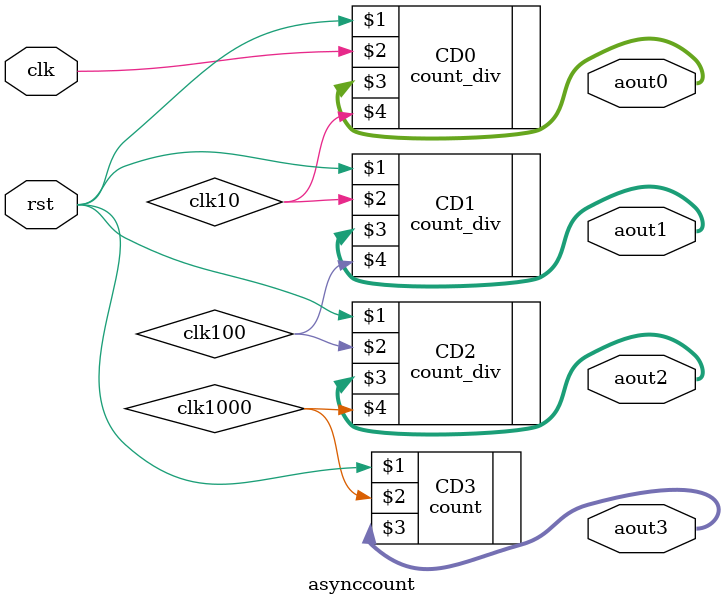
<source format=v>
module asynccount(rst, clk, aout0, aout1, aout2, aout3);
input rst, clk;
output [3:0] aout0, aout1, aout2, aout3;
wire clk10, clk100, clk1000;

count_div CD0(rst, clk, aout0, clk10);
count_div CD1(rst, clk10, aout1, clk100);
count_div CD2(rst, clk100, aout2, clk1000);
count CD3(rst, clk1000, aout3);

endmodule

</source>
